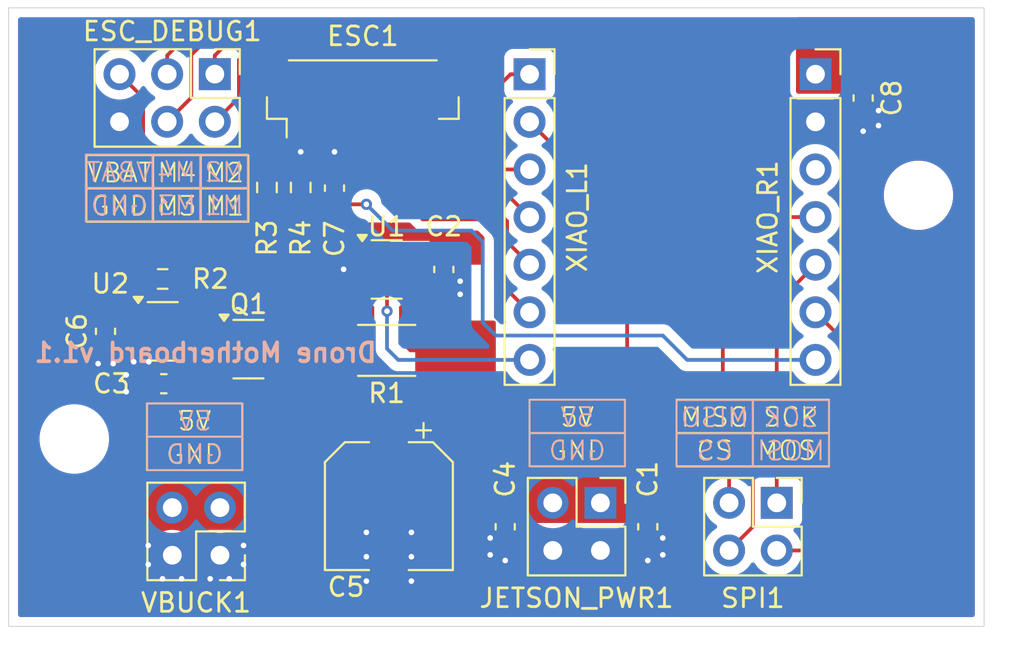
<source format=kicad_pcb>
(kicad_pcb (version 20241229) (generator "pcbnew") (generator_version "9.0")
  (title_block (title "Drone ESC Bridge") (rev "v1.1"))
  (layers (0 "F.Cu" signal) (2 "B.Cu" signal) (13 "F.Paste" user) (5 "F.SilkS" user "F.Silkscreen") (7 "B.SilkS" user "B.Silkscreen") (1 "F.Mask" user) (3 "B.Mask" user) (25 "Edge.Cuts" user))
  (net 0 "")
  (net 1 "+5V")
  (net 2 "GND")
  (net 3 "VIN")
  (net 4 "Net-(Q1-S)")
  (net 5 "Net-(U2-VS)")
  (net 6 "Net-(ESC1-Pin_5)")
  (net 7 "Net-(ESC1-Pin_4)")
  (net 8 "Net-(ESC1-Pin_7)")
  (net 9 "Net-(ESC1-Pin_8)")
  (net 10 "Net-(ESC1-Pin_6)")
  (net 12 "Net-(Q1-G)")
  (net 13 "VSENSE")
  (net 15 "Net-(SPI1-Pin_1)")
  (net 16 "Net-(SPI1-Pin_3)")
  (net 17 "Net-(SPI1-Pin_4)")
  (net 18 "Net-(SPI1-Pin_2)")
  (net 19 "Net-(ESC1-Pin_1)")
  (net 20 "Net-(XIAO_R1-Pin_7)")
  (footprint "MountingHole:MountingHole_3.2mm_M3" (layer "F.Cu") (at 115.73 126.218)
    (property "Reference" "H2" (hide yes))
    (property "Value" "MountingHole")
    (pad "" np_thru_hole circle (at 0 0) (size 3.2 3.2) (drill 3.2) (layers "*.Cu" "*.Mask"))
  )
  (footprint "Resistor_SMD:R_2010_5025Metric_Pad1.40x2.65mm_HandSolder" (layer "F.Cu") (at 132.38 121.492)
    (property "Reference" "R1" (at 0 2.286 0) (layer "F.SilkS"))
    (property "Value" "10m")
    (fp_line (start -1.527064 -1.36) (end 1.527064 -1.36) (stroke (width 0.12)) (layer "F.SilkS"))
    (fp_line (start -1.527064 1.36) (end 1.527064 1.36) (stroke (width 0.12)) (layer "F.SilkS"))
    (pad "1" smd roundrect (at -2.4 0) (size 1.4 2.65) (layers "F.Cu" "F.Mask" "F.Paste") (roundrect_rratio 0.178571) (net 3 "VIN"))
    (pad "2" smd roundrect (at 2.4 0) (size 1.4 2.65) (layers "F.Cu" "F.Mask" "F.Paste") (roundrect_rratio 0.178571) (net 1 "+5V"))
  )
  (footprint "Connector_PinHeader_2.54mm:PinHeader_2x02_P2.54mm_Vertical" (layer "F.Cu") (at 153.175 129.625 -90)
    (property "Reference" "SPI1" (at 5.085 1.275 0) (layer "F.SilkS"))
    (property "Value" "Conn_01x04")
    (fp_line (start -1.33 3.87) (end 3.87 3.87) (stroke (width 0.12)) (layer "F.SilkS"))
    (fp_line (start -1.33 1.27) (end -1.33 3.87) (stroke (width 0.12)) (layer "F.SilkS"))
    (fp_line (start -1.33 1.27) (end 1.27 1.27) (stroke (width 0.12)) (layer "F.SilkS"))
    (fp_line (start 1.27 1.27) (end 1.27 -1.33) (stroke (width 0.12)) (layer "F.SilkS"))
    (fp_line (start -1.33 0) (end -1.33 -1.33) (stroke (width 0.12)) (layer "F.SilkS"))
    (fp_line (start -1.33 -1.33) (end 0 -1.33) (stroke (width 0.12)) (layer "F.SilkS"))
    (fp_line (start 1.27 -1.33) (end 3.87 -1.33) (stroke (width 0.12)) (layer "F.SilkS"))
    (fp_line (start 3.87 -1.33) (end 3.87 3.87) (stroke (width 0.12)) (layer "F.SilkS"))
    (pad "1" thru_hole rect (at 0 0 270) (size 1.7 1.7) (drill 1) (layers "*.Cu" "*.Mask") (net 15 "Net-(SPI1-Pin_1)"))
    (pad "2" thru_hole oval (at 2.54 0 270) (size 1.7 1.7) (drill 1) (layers "*.Cu" "*.Mask") (net 18 "Net-(SPI1-Pin_2)"))
    (pad "3" thru_hole oval (at 0 2.54 270) (size 1.7 1.7) (drill 1) (layers "*.Cu" "*.Mask") (net 16 "Net-(SPI1-Pin_3)"))
    (pad "4" thru_hole oval (at 2.54 2.54 270) (size 1.7 1.7) (drill 1) (layers "*.Cu" "*.Mask") (net 17 "Net-(SPI1-Pin_4)"))
  )
  (footprint "Connector_PinHeader_2.54mm:PinHeader_2x02_P2.54mm_Vertical" (layer "F.Cu") (at 143.775 129.625 -90)
    (property "Reference" "JETSON_PWR1" (at 5.08 1.275 0) (layer "F.SilkS"))
    (property "Value" "Conn_02x02_Top_Bottom")
    (fp_line (start -1.33 3.87) (end 3.87 3.87) (stroke (width 0.12)) (layer "F.SilkS"))
    (fp_line (start -1.33 1.27) (end -1.33 3.87) (stroke (width 0.12)) (layer "F.SilkS"))
    (fp_line (start -1.33 1.27) (end 1.27 1.27) (stroke (width 0.12)) (layer "F.SilkS"))
    (fp_line (start 1.27 1.27) (end 1.27 -1.33) (stroke (width 0.12)) (layer "F.SilkS"))
    (fp_line (start -1.33 0) (end -1.33 -1.33) (stroke (width 0.12)) (layer "F.SilkS"))
    (fp_line (start -1.33 -1.33) (end 0 -1.33) (stroke (width 0.12)) (layer "F.SilkS"))
    (fp_line (start 1.27 -1.33) (end 3.87 -1.33) (stroke (width 0.12)) (layer "F.SilkS"))
    (fp_line (start 3.87 -1.33) (end 3.87 3.87) (stroke (width 0.12)) (layer "F.SilkS"))
    (pad "1" thru_hole rect (at 0 0 270) (size 1.7 1.7) (drill 1) (layers "*.Cu" "*.Mask") (net 1 "+5V"))
    (pad "2" thru_hole oval (at 2.54 0 270) (size 1.7 1.7) (drill 1) (layers "*.Cu" "*.Mask") (net 2 "GND"))
    (pad "3" thru_hole oval (at 0 2.54 270) (size 1.7 1.7) (drill 1) (layers "*.Cu" "*.Mask") (net 1 "+5V"))
    (pad "4" thru_hole oval (at 2.54 2.54 270) (size 1.7 1.7) (drill 1) (layers "*.Cu" "*.Mask") (net 2 "GND"))
  )
  (footprint "Connector_JST:JST_SH_BM08B-SRSS-TB_1x08-1MP_P1.00mm_Vertical" (layer "F.Cu") (at 131.11 108.03)
    (property "Reference" "ESC1" (at 0 -3.3 0) (layer "F.SilkS"))
    (property "Value" "Conn_01x08")
    (fp_line (start -5.11 -0.04) (end -5.11 1.11) (stroke (width 0.12)) (layer "F.SilkS"))
    (fp_line (start -5.11 1.11) (end -4.06 1.11) (stroke (width 0.12)) (layer "F.SilkS"))
    (fp_line (start -4.06 1.11) (end -4.06 2.1) (stroke (width 0.12)) (layer "F.SilkS"))
    (fp_line (start -3.94 -2.01) (end 3.94 -2.01) (stroke (width 0.12)) (layer "F.SilkS"))
    (fp_line (start 5.11 -0.04) (end 5.11 1.11) (stroke (width 0.12)) (layer "F.SilkS"))
    (fp_line (start 5.11 1.11) (end 4.06 1.11) (stroke (width 0.12)) (layer "F.SilkS"))
    (pad "1" smd roundrect (at -3.5 1.325) (size 0.6 1.55) (layers "F.Cu" "F.Mask" "F.Paste") (net 19 "Net-(ESC1-Pin_1)"))
    (pad "2" smd roundrect (at -2.5 1.325) (size 0.6 1.55) (layers "F.Cu" "F.Mask" "F.Paste"))
    (pad "3" smd roundrect (at -1.5 1.325) (size 0.6 1.55) (layers "F.Cu" "F.Mask" "F.Paste") (net 2 "GND"))
    (pad "4" smd roundrect (at -0.5 1.325) (size 0.6 1.55) (layers "F.Cu" "F.Mask" "F.Paste") (net 7 "Net-(ESC1-Pin_4)"))
    (pad "5" smd roundrect (at 0.5 1.325) (size 0.6 1.55) (layers "F.Cu" "F.Mask" "F.Paste") (net 6 "Net-(ESC1-Pin_5)"))
    (pad "6" smd roundrect (at 1.5 1.325) (size 0.6 1.55) (layers "F.Cu" "F.Mask" "F.Paste") (net 10 "Net-(ESC1-Pin_6)"))
    (pad "7" smd roundrect (at 2.5 1.325) (size 0.6 1.55) (layers "F.Cu" "F.Mask" "F.Paste") (net 8 "Net-(ESC1-Pin_7)"))
    (pad "8" smd roundrect (at 3.5 1.325) (size 0.6 1.55) (layers "F.Cu" "F.Mask" "F.Paste") (net 9 "Net-(ESC1-Pin_8)"))
    (pad "MP" smd roundrect (at -4.8 -1.2) (size 1.2 1.8) (layers "F.Cu" "F.Mask" "F.Paste") (roundrect_rratio 0.208333))
    (pad "MP" smd roundrect (at 4.8 -1.2) (size 1.2 1.8) (layers "F.Cu" "F.Mask" "F.Paste") (roundrect_rratio 0.208333))
  )
  (footprint "Capacitor_SMD:C_0603_1608Metric_Pad1.08x0.95mm_HandSolder" (layer "F.Cu") (at 117.394 120.476 -90)
    (property "Reference" "C6" (at 0 1.524 90) (layer "F.SilkS"))
    (property "Value" "0.1u")
    (fp_line (start -0.146267 0.51) (end 0.146267 0.51) (stroke (width 0.12)) (layer "F.SilkS"))
    (fp_line (start -0.146267 -0.51) (end 0.146267 -0.51) (stroke (width 0.12)) (layer "F.SilkS"))
    (pad "1" smd roundrect (at -0.8625 0 270) (size 1.075 0.95) (layers "F.Cu" "F.Mask" "F.Paste") (net 5 "Net-(U2-VS)"))
    (pad "2" smd roundrect (at 0.8625 0 270) (size 1.075 0.95) (layers "F.Cu" "F.Mask" "F.Paste") (net 2 "GND"))
  )
  (footprint "Capacitor_SMD:C_0603_1608Metric_Pad1.08x0.95mm_HandSolder" (layer "F.Cu") (at 129.6 112.8375 90)
    (property "Reference" "C7" (at -2.7 0 270) (layer "F.SilkS"))
    (property "Value" "0.1u")
    (fp_line (start -0.146267 -0.51) (end 0.146267 -0.51) (stroke (width 0.12)) (layer "F.SilkS"))
    (fp_line (start -0.146267 0.51) (end 0.146267 0.51) (stroke (width 0.12)) (layer "F.SilkS"))
    (pad "1" smd roundrect (at -0.8625 0 90) (size 1.075 0.95) (layers "F.Cu" "F.Mask" "F.Paste") (net 20 "Net-(XIAO_R1-Pin_7)"))
    (pad "2" smd roundrect (at 0.8625 0 90) (size 1.075 0.95) (layers "F.Cu" "F.Mask" "F.Paste") (net 2 "GND"))
  )
  (footprint "Resistor_SMD:R_0603_1608Metric_Pad0.98x0.95mm_HandSolder" (layer "F.Cu") (at 126 112.8 -90)
    (property "Reference" "R3" (at 2.7 0 90) (layer "F.SilkS"))
    (property "Value" "33k")
    (fp_line (start -0.254724 0.5225) (end 0.254724 0.5225) (stroke (width 0.12)) (layer "F.SilkS"))
    (fp_line (start -0.254724 -0.5225) (end 0.254724 -0.5225) (stroke (width 0.12)) (layer "F.SilkS"))
    (pad "1" smd roundrect (at -0.9125 0 270) (size 0.975 0.95) (layers "F.Cu" "F.Mask" "F.Paste") (net 19 "Net-(ESC1-Pin_1)"))
    (pad "2" smd roundrect (at 0.9125 0 270) (size 0.975 0.95) (layers "F.Cu" "F.Mask" "F.Paste") (net 20 "Net-(XIAO_R1-Pin_7)"))
  )
  (footprint "Capacitor_SMD:C_0603_1608Metric_Pad1.08x0.95mm_HandSolder" (layer "F.Cu") (at 135.428 117.174 -90)
    (property "Reference" "C2" (at -2.286 0 180) (layer "F.SilkS"))
    (property "Value" "0.1u")
    (fp_line (start -0.146267 0.51) (end 0.146267 0.51) (stroke (width 0.12)) (layer "F.SilkS"))
    (fp_line (start -0.146267 -0.51) (end 0.146267 -0.51) (stroke (width 0.12)) (layer "F.SilkS"))
    (pad "1" smd roundrect (at -0.8625 0 270) (size 1.075 0.95) (layers "F.Cu" "F.Mask" "F.Paste") (net 3 "VIN"))
    (pad "2" smd roundrect (at 0.8625 0 270) (size 1.075 0.95) (layers "F.Cu" "F.Mask" "F.Paste") (net 2 "GND"))
  )
  (footprint "Capacitor_SMD:C_0603_1608Metric_Pad1.08x0.95mm_HandSolder" (layer "F.Cu") (at 146.3 130.9 -90)
    (property "Reference" "C1" (at -2.535 0.005 90) (layer "F.SilkS"))
    (property "Value" "0.1u")
    (fp_line (start -0.146267 0.51) (end 0.146267 0.51) (stroke (width 0.12)) (layer "F.SilkS"))
    (fp_line (start -0.146267 -0.51) (end 0.146267 -0.51) (stroke (width 0.12)) (layer "F.SilkS"))
    (pad "1" smd roundrect (at -0.8625 0 270) (size 1.075 0.95) (layers "F.Cu" "F.Mask" "F.Paste") (net 1 "+5V"))
    (pad "2" smd roundrect (at 0.8625 0 270) (size 1.075 0.95) (layers "F.Cu" "F.Mask" "F.Paste") (net 2 "GND"))
  )
  (footprint "Connector_PinHeader_2.54mm:PinHeader_2x02_P2.54mm_Vertical" (layer "F.Cu") (at 123.495 132.419 180)
    (property "Reference" "VBUCK1" (at 1.275 -2.535 180) (layer "F.SilkS"))
    (property "Value" "Conn_01x04")
    (fp_line (start 3.87 -1.33) (end 3.87 3.87) (stroke (width 0.12)) (layer "F.SilkS"))
    (fp_line (start 1.27 1.27) (end 1.27 -1.33) (stroke (width 0.12)) (layer "F.SilkS"))
    (fp_line (start 1.27 -1.33) (end 3.87 -1.33) (stroke (width 0.12)) (layer "F.SilkS"))
    (fp_line (start -1.33 3.87) (end 3.87 3.87) (stroke (width 0.12)) (layer "F.SilkS"))
    (fp_line (start -1.33 1.27) (end 1.27 1.27) (stroke (width 0.12)) (layer "F.SilkS"))
    (fp_line (start -1.33 1.27) (end -1.33 3.87) (stroke (width 0.12)) (layer "F.SilkS"))
    (fp_line (start -1.33 0) (end -1.33 -1.33) (stroke (width 0.12)) (layer "F.SilkS"))
    (fp_line (start -1.33 -1.33) (end 0 -1.33) (stroke (width 0.12)) (layer "F.SilkS"))
    (pad "1" thru_hole rect (at 0 0 180) (size 1.7 1.7) (drill 1) (layers "*.Cu" "*.Mask") (net 2 "GND"))
    (pad "2" thru_hole oval (at 2.54 0 180) (size 1.7 1.7) (drill 1) (layers "*.Cu" "*.Mask") (net 2 "GND"))
    (pad "3" thru_hole oval (at 0 2.54 180) (size 1.7 1.7) (drill 1) (layers "*.Cu" "*.Mask") (net 4 "Net-(Q1-S)"))
    (pad "4" thru_hole oval (at 2.54 2.54 180) (size 1.7 1.7) (drill 1) (layers "*.Cu" "*.Mask") (net 4 "Net-(Q1-S)"))
  )
  (footprint "Package_TO_SOT_SMD:SOT-23-6" (layer "F.Cu") (at 132.38 117.174)
    (property "Reference" "U1" (at 0 -2.286 0) (layer "F.SilkS"))
    (property "Value" "LMP8640")
    (fp_line (start 0 -1.56) (end -0.8 -1.56) (stroke (width 0.12)) (layer "F.SilkS"))
    (fp_line (start 0 -1.56) (end 0.8 -1.56) (stroke (width 0.12)) (layer "F.SilkS"))
    (fp_line (start 0 1.56) (end -0.8 1.56) (stroke (width 0.12)) (layer "F.SilkS"))
    (fp_line (start 0 1.56) (end 0.8 1.56) (stroke (width 0.12)) (layer "F.SilkS"))
    (fp_poly (pts (xy -1.3 -1.51) (xy -1.54 -1.84) (xy -1.06 -1.84) (xy -1.3 -1.51)) (stroke (width 0.12)) (fill yes) (layer "F.SilkS"))
    (pad "1" smd roundrect (at -1.1375 -0.95) (size 1.325 0.6) (layers "F.Cu" "F.Mask" "F.Paste") (net 13 "VSENSE"))
    (pad "2" smd roundrect (at -1.1375 0) (size 1.325 0.6) (layers "F.Cu" "F.Mask" "F.Paste") (net 2 "GND"))
    (pad "3" smd roundrect (at -1.1375 0.95) (size 1.325 0.6) (layers "F.Cu" "F.Mask" "F.Paste") (net 3 "VIN"))
    (pad "4" smd roundrect (at 1.1375 0.95) (size 1.325 0.6) (layers "F.Cu" "F.Mask" "F.Paste") (net 1 "+5V"))
    (pad "5" smd roundrect (at 1.1375 0) (size 1.325 0.6) (layers "F.Cu" "F.Mask" "F.Paste"))
    (pad "6" smd roundrect (at 1.1375 -0.95) (size 1.325 0.6) (layers "F.Cu" "F.Mask" "F.Paste") (net 3 "VIN"))
  )
  (footprint "Package_TO_SOT_SMD:SOT-23-3" (layer "F.Cu") (at 125.014 121.426)
    (property "Reference" "Q1" (at 0 -2.4 0) (layer "F.SilkS"))
    (property "Value" "Si2318CDS")
    (fp_line (start 0 -1.56) (end -0.8 -1.56) (stroke (width 0.12)) (layer "F.SilkS"))
    (fp_line (start 0 -1.56) (end 0.8 -1.56) (stroke (width 0.12)) (layer "F.SilkS"))
    (fp_line (start 0 1.56) (end -0.8 1.56) (stroke (width 0.12)) (layer "F.SilkS"))
    (fp_line (start 0 1.56) (end 0.8 1.56) (stroke (width 0.12)) (layer "F.SilkS"))
    (fp_poly (pts (xy -1.3 -1.51) (xy -1.54 -1.84) (xy -1.06 -1.84) (xy -1.3 -1.51)) (stroke (width 0.12)) (fill yes) (layer "F.SilkS"))
    (pad "1" smd roundrect (at -1.1375 -0.95) (size 1.325 0.6) (layers "F.Cu" "F.Mask" "F.Paste") (net 12 "Net-(Q1-G)"))
    (pad "2" smd roundrect (at -1.1375 0.95) (size 1.325 0.6) (layers "F.Cu" "F.Mask" "F.Paste") (net 4 "Net-(Q1-S)"))
    (pad "3" smd roundrect (at 1.1375 0) (size 1.325 0.6) (layers "F.Cu" "F.Mask" "F.Paste") (net 3 "VIN"))
  )
  (footprint "Capacitor_SMD:CP_Elec_6.3x5.8" (layer "F.Cu") (at 132.5 129.8 -90)
    (property "Reference" "C5" (at 4.318 2.286 0) (layer "F.SilkS"))
    (property "Value" "22u")
    (fp_line (start -2.345563 3.41) (end 3.41 3.41) (stroke (width 0.12)) (layer "F.SilkS"))
    (fp_line (start 3.41 3.41) (end 3.41 1.06) (stroke (width 0.12)) (layer "F.SilkS"))
    (fp_line (start -3.41 2.345563) (end -2.345563 3.41) (stroke (width 0.12)) (layer "F.SilkS"))
    (fp_line (start -3.41 2.345563) (end -3.41 1.06) (stroke (width 0.12)) (layer "F.SilkS"))
    (fp_line (start -4.4375 -1.8475) (end -3.65 -1.8475) (stroke (width 0.12)) (layer "F.SilkS"))
    (fp_line (start -4.04375 -2.24125) (end -4.04375 -1.45375) (stroke (width 0.12)) (layer "F.SilkS"))
    (fp_line (start -3.41 -2.345563) (end -3.41 -1.06) (stroke (width 0.12)) (layer "F.SilkS"))
    (fp_line (start -3.41 -2.345563) (end -2.345563 -3.41) (stroke (width 0.12)) (layer "F.SilkS"))
    (fp_line (start -2.345563 -3.41) (end 3.41 -3.41) (stroke (width 0.12)) (layer "F.SilkS"))
    (fp_line (start 3.41 -3.41) (end 3.41 -1.06) (stroke (width 0.12)) (layer "F.SilkS"))
    (pad "1" smd roundrect (at -2.7 0 270) (size 3.5 1.6) (layers "F.Cu" "F.Mask" "F.Paste") (roundrect_rratio 0.15625) (net 1 "+5V"))
    (pad "2" smd roundrect (at 2.7 0 270) (size 3.5 1.6) (layers "F.Cu" "F.Mask" "F.Paste") (roundrect_rratio 0.15625) (net 2 "GND"))
  )
  (footprint "Capacitor_SMD:C_0603_1608Metric_Pad1.08x0.95mm_HandSolder" (layer "F.Cu") (at 120.5 123.27 180)
    (property "Reference" "C3" (at 2.794 0 0) (layer "F.SilkS"))
    (property "Value" "1u")
    (fp_line (start -0.146267 0.51) (end 0.146267 0.51) (stroke (width 0.12)) (layer "F.SilkS"))
    (fp_line (start -0.146267 -0.51) (end 0.146267 -0.51) (stroke (width 0.12)) (layer "F.SilkS"))
    (pad "1" smd roundrect (at -0.8625 0 180) (size 1.075 0.95) (layers "F.Cu" "F.Mask" "F.Paste") (net 4 "Net-(Q1-S)"))
    (pad "2" smd roundrect (at 0.8625 0 180) (size 1.075 0.95) (layers "F.Cu" "F.Mask" "F.Paste") (net 2 "GND"))
  )
  (footprint "Capacitor_SMD:C_0603_1608Metric_Pad1.08x0.95mm_HandSolder" (layer "F.Cu") (at 138.7 130.9 -90)
    (property "Reference" "C4" (at -2.535 0.005 90) (layer "F.SilkS"))
    (property "Value" "0.1u")
    (fp_line (start -0.146267 0.51) (end 0.146267 0.51) (stroke (width 0.12)) (layer "F.SilkS"))
    (fp_line (start -0.146267 -0.51) (end 0.146267 -0.51) (stroke (width 0.12)) (layer "F.SilkS"))
    (pad "1" smd roundrect (at -0.8625 0 270) (size 1.075 0.95) (layers "F.Cu" "F.Mask" "F.Paste") (net 1 "+5V"))
    (pad "2" smd roundrect (at 0.8625 0 270) (size 1.075 0.95) (layers "F.Cu" "F.Mask" "F.Paste") (net 2 "GND"))
  )
  (footprint "MountingHole:MountingHole_3.2mm_M3" (layer "F.Cu") (at 160.73 113.218)
    (property "Reference" "H1" (hide yes))
    (property "Value" "MountingHole")
    (pad "" np_thru_hole circle (at 0 0) (size 3.2 3.2) (drill 3.2) (layers "*.Cu" "*.Mask"))
  )
  (footprint "Connector_PinHeader_2.54mm:PinHeader_2x03_P2.54mm_Vertical" (layer "F.Cu") (at 123.221 106.755 -90)
    (property "Reference" "ESC_DEBUG1" (at -2.281 2.271 0) (layer "F.SilkS"))
    (property "Value" "Conn_01x06")
    (fp_line (start -1.33 6.41) (end 3.87 6.41) (stroke (width 0.12)) (layer "F.SilkS"))
    (fp_line (start -1.33 1.27) (end -1.33 6.41) (stroke (width 0.12)) (layer "F.SilkS"))
    (fp_line (start -1.33 1.27) (end 1.27 1.27) (stroke (width 0.12)) (layer "F.SilkS"))
    (fp_line (start 1.27 1.27) (end 1.27 -1.33) (stroke (width 0.12)) (layer "F.SilkS"))
    (fp_line (start -1.33 0) (end -1.33 -1.33) (stroke (width 0.12)) (layer "F.SilkS"))
    (fp_line (start -1.33 -1.33) (end 0 -1.33) (stroke (width 0.12)) (layer "F.SilkS"))
    (fp_line (start 1.27 -1.33) (end 3.87 -1.33) (stroke (width 0.12)) (layer "F.SilkS"))
    (fp_line (start 3.87 -1.33) (end 3.87 6.41) (stroke (width 0.12)) (layer "F.SilkS"))
    (pad "1" thru_hole rect (at 0 0 270) (size 1.7 1.7) (drill 1) (layers "*.Cu" "*.Mask") (net 10 "Net-(ESC1-Pin_6)"))
    (pad "2" thru_hole oval (at 2.54 0 270) (size 1.7 1.7) (drill 1) (layers "*.Cu" "*.Mask") (net 6 "Net-(ESC1-Pin_5)"))
    (pad "3" thru_hole oval (at 0 2.54 270) (size 1.7 1.7) (drill 1) (layers "*.Cu" "*.Mask") (net 9 "Net-(ESC1-Pin_8)"))
    (pad "4" thru_hole oval (at 2.54 2.54 270) (size 1.7 1.7) (drill 1) (layers "*.Cu" "*.Mask") (net 8 "Net-(ESC1-Pin_7)"))
    (pad "5" thru_hole oval (at 0 5.08 270) (size 1.7 1.7) (drill 1) (layers "*.Cu" "*.Mask") (net 19 "Net-(ESC1-Pin_1)"))
    (pad "6" thru_hole oval (at 2.54 5.08 270) (size 1.7 1.7) (drill 1) (layers "*.Cu" "*.Mask") (net 2 "GND"))
  )
  (footprint "Capacitor_SMD:C_0603_1608Metric_Pad1.08x0.95mm_HandSolder" (layer "F.Cu") (at 157.78 108.03 -90)
    (property "Reference" "C8" (at 0 -1.524 90) (layer "F.SilkS"))
    (property "Value" "0.1u")
    (fp_line (start -0.146267 0.51) (end 0.146267 0.51) (stroke (width 0.12)) (layer "F.SilkS"))
    (fp_line (start -0.146267 -0.51) (end 0.146267 -0.51) (stroke (width 0.12)) (layer "F.SilkS"))
    (pad "1" smd roundrect (at -0.8625 0 270) (size 1.075 0.95) (layers "F.Cu" "F.Mask" "F.Paste") (net 1 "+5V"))
    (pad "2" smd roundrect (at 0.8625 0 270) (size 1.075 0.95) (layers "F.Cu" "F.Mask" "F.Paste") (net 2 "GND"))
  )
  (footprint "Resistor_SMD:R_0603_1608Metric_Pad0.98x0.95mm_HandSolder" (layer "F.Cu") (at 120.442 117.682 180)
    (property "Reference" "R2" (at -2.54 0 0) (layer "F.SilkS"))
    (property "Value" "100")
    (fp_line (start -0.254724 0.5225) (end 0.254724 0.5225) (stroke (width 0.12)) (layer "F.SilkS"))
    (fp_line (start -0.254724 -0.5225) (end 0.254724 -0.5225) (stroke (width 0.12)) (layer "F.SilkS"))
    (pad "1" smd roundrect (at -0.9125 0 180) (size 0.975 0.95) (layers "F.Cu" "F.Mask" "F.Paste") (net 3 "VIN"))
    (pad "2" smd roundrect (at 0.9125 0 180) (size 0.975 0.95) (layers "F.Cu" "F.Mask" "F.Paste") (net 5 "Net-(U2-VS)"))
  )
  (footprint "Connector_PinSocket_2.54mm:PinSocket_1x07_P2.54mm_Vertical" (layer "F.Cu") (at 140 106.76)
    (property "Reference" "XIAO_L1" (at 2.54 7.62 90) (layer "F.SilkS"))
    (property "Value" "Conn_01x07")
    (fp_line (start -1.33 1.27) (end -1.33 16.57) (stroke (width 0.12)) (layer "F.SilkS"))
    (fp_line (start -1.33 1.27) (end 1.33 1.27) (stroke (width 0.12)) (layer "F.SilkS"))
    (fp_line (start -1.33 16.57) (end 1.33 16.57) (stroke (width 0.12)) (layer "F.SilkS"))
    (fp_line (start 0 -1.33) (end 1.33 -1.33) (stroke (width 0.12)) (layer "F.SilkS"))
    (fp_line (start 1.33 -1.33) (end 1.33 0) (stroke (width 0.12)) (layer "F.SilkS"))
    (fp_line (start 1.33 1.27) (end 1.33 16.57) (stroke (width 0.12)) (layer "F.SilkS"))
    (pad "1" thru_hole rect (at 0 0) (size 1.7 1.7) (drill 1) (layers "*.Cu" "*.Mask") (net 9 "Net-(ESC1-Pin_8)"))
    (pad "2" thru_hole oval (at 0 2.54) (size 1.7 1.7) (drill 1) (layers "*.Cu" "*.Mask") (net 16 "Net-(SPI1-Pin_3)"))
    (pad "3" thru_hole oval (at 0 5.08) (size 1.7 1.7) (drill 1) (layers "*.Cu" "*.Mask") (net 8 "Net-(ESC1-Pin_7)"))
    (pad "4" thru_hole oval (at 0 7.62) (size 1.7 1.7) (drill 1) (layers "*.Cu" "*.Mask") (net 10 "Net-(ESC1-Pin_6)"))
    (pad "5" thru_hole oval (at 0 10.16) (size 1.7 1.7) (drill 1) (layers "*.Cu" "*.Mask") (net 6 "Net-(ESC1-Pin_5)"))
    (pad "6" thru_hole oval (at 0 12.7) (size 1.7 1.7) (drill 1) (layers "*.Cu" "*.Mask") (net 7 "Net-(ESC1-Pin_4)"))
    (pad "7" thru_hole oval (at 0 15.24) (size 1.7 1.7) (drill 1) (layers "*.Cu" "*.Mask") (net 13 "VSENSE"))
  )
  (footprint "Resistor_SMD:R_0603_1608Metric_Pad0.98x0.95mm_HandSolder" (layer "F.Cu") (at 127.8 112.8 90)
    (property "Reference" "R4" (at -2.7 0 270) (layer "F.SilkS"))
    (property "Value" "8.2k")
    (fp_line (start -0.254724 -0.5225) (end 0.254724 -0.5225) (stroke (width 0.12)) (layer "F.SilkS"))
    (fp_line (start -0.254724 0.5225) (end 0.254724 0.5225) (stroke (width 0.12)) (layer "F.SilkS"))
    (pad "1" smd roundrect (at -0.9125 0 90) (size 0.975 0.95) (layers "F.Cu" "F.Mask" "F.Paste") (net 20 "Net-(XIAO_R1-Pin_7)"))
    (pad "2" smd roundrect (at 0.9125 0 90) (size 0.975 0.95) (layers "F.Cu" "F.Mask" "F.Paste") (net 2 "GND"))
  )
  (footprint "Connector_PinSocket_2.54mm:PinSocket_1x07_P2.54mm_Vertical" (layer "F.Cu") (at 155.24 106.76)
    (property "Reference" "XIAO_R1" (at -2.54 7.62 90) (layer "F.SilkS"))
    (property "Value" "Conn_01x07")
    (fp_line (start -1.33 1.27) (end -1.33 16.57) (stroke (width 0.12)) (layer "F.SilkS"))
    (fp_line (start -1.33 1.27) (end 1.33 1.27) (stroke (width 0.12)) (layer "F.SilkS"))
    (fp_line (start -1.33 16.57) (end 1.33 16.57) (stroke (width 0.12)) (layer "F.SilkS"))
    (fp_line (start 0 -1.33) (end 1.33 -1.33) (stroke (width 0.12)) (layer "F.SilkS"))
    (fp_line (start 1.33 -1.33) (end 1.33 0) (stroke (width 0.12)) (layer "F.SilkS"))
    (fp_line (start 1.33 1.27) (end 1.33 16.57) (stroke (width 0.12)) (layer "F.SilkS"))
    (pad "1" thru_hole rect (at 0 0) (size 1.7 1.7) (drill 1) (layers "*.Cu" "*.Mask") (net 1 "+5V"))
    (pad "2" thru_hole oval (at 0 2.54) (size 1.7 1.7) (drill 1) (layers "*.Cu" "*.Mask") (net 2 "GND"))
    (pad "3" thru_hole oval (at 0 5.08) (size 1.7 1.7) (drill 1) (layers "*.Cu" "*.Mask"))
    (pad "4" thru_hole oval (at 0 7.62) (size 1.7 1.7) (drill 1) (layers "*.Cu" "*.Mask") (net 17 "Net-(SPI1-Pin_4)"))
    (pad "5" thru_hole oval (at 0 10.16) (size 1.7 1.7) (drill 1) (layers "*.Cu" "*.Mask") (net 15 "Net-(SPI1-Pin_1)"))
    (pad "6" thru_hole oval (at 0 12.7) (size 1.7 1.7) (drill 1) (layers "*.Cu" "*.Mask") (net 18 "Net-(SPI1-Pin_2)"))
    (pad "7" thru_hole oval (at 0 15.24) (size 1.7 1.7) (drill 1) (layers "*.Cu" "*.Mask") (net 20 "Net-(XIAO_R1-Pin_7)"))
  )
  (footprint "Package_TO_SOT_SMD:TSOT-23-6" (layer "F.Cu") (at 120.442 120.476)
    (property "Reference" "U2" (at -2.794 -2.54 0) (layer "F.SilkS"))
    (property "Value" "LM5050-1")
    (fp_line (start 0 -1.56) (end -0.8 -1.56) (stroke (width 0.12)) (layer "F.SilkS"))
    (fp_line (start 0 -1.56) (end 0.8 -1.56) (stroke (width 0.12)) (layer "F.SilkS"))
    (fp_line (start 0 1.56) (end -0.8 1.56) (stroke (width 0.12)) (layer "F.SilkS"))
    (fp_line (start 0 1.56) (end 0.8 1.56) (stroke (width 0.12)) (layer "F.SilkS"))
    (fp_poly (pts (xy -1.3 -1.51) (xy -1.54 -1.84) (xy -1.06 -1.84) (xy -1.3 -1.51)) (stroke (width 0.12)) (fill yes) (layer "F.SilkS"))
    (pad "1" smd roundrect (at -1.1375 -0.95) (size 1.325 0.6) (layers "F.Cu" "F.Mask" "F.Paste") (net 5 "Net-(U2-VS)"))
    (pad "2" smd roundrect (at -1.1375 0) (size 1.325 0.6) (layers "F.Cu" "F.Mask" "F.Paste") (net 2 "GND"))
    (pad "3" smd roundrect (at -1.1375 0.95) (size 1.325 0.6) (layers "F.Cu" "F.Mask" "F.Paste") (net 2 "GND"))
    (pad "4" smd roundrect (at 1.1375 0.95) (size 1.325 0.6) (layers "F.Cu" "F.Mask" "F.Paste") (net 4 "Net-(Q1-S)"))
    (pad "5" smd roundrect (at 1.1375 0) (size 1.325 0.6) (layers "F.Cu" "F.Mask" "F.Paste") (net 12 "Net-(Q1-G)"))
    (pad "6" smd roundrect (at 1.1375 -0.95) (size 1.325 0.6) (layers "F.Cu" "F.Mask" "F.Paste") (net 3 "VIN"))
  )
  (gr_line (start 151.9 127.674) (end 151.9 124.118) (stroke (width 0.1)) (layer "F.SilkS"))
  (gr_line (start 155.964 125.896) (end 147.836 125.896) (stroke (width 0.1)) (layer "F.SilkS"))
  (gr_line (start 119.934 114.634) (end 119.934 111.078) (stroke (width 0.1)) (layer "F.SilkS"))
  (gr_rect (start 116.378 111.078) (end 125.014 114.634) (stroke (width 0.1)) (fill no) (layer "F.SilkS"))
  (gr_line (start 124.68 126.1) (end 119.6 126.1) (stroke (width 0.1)) (layer "F.SilkS"))
  (gr_line (start 125.014 112.856) (end 116.378 112.856) (stroke (width 0.1)) (layer "F.SilkS"))
  (gr_rect (start 147.836 124.118) (end 155.964 127.674) (stroke (width 0.1)) (fill no) (layer "F.SilkS"))
  (gr_rect (start 140 124.122) (end 145.08 127.678) (stroke (width 0.1)) (fill no) (layer "F.SilkS"))
  (gr_line (start 122.474 114.634) (end 122.474 111.078) (stroke (width 0.1)) (layer "F.SilkS"))
  (gr_rect (start 119.6 124.322) (end 124.68 127.878) (stroke (width 0.1)) (fill no) (layer "F.SilkS"))
  (gr_line (start 145.08 125.9) (end 140 125.9) (stroke (width 0.1)) (layer "F.SilkS"))
  (gr_rect (start 140 124.122) (end 145.08 127.678) (stroke (width 0.1)) (fill no) (layer "B.SilkS"))
  (gr_line (start 151.9 124.144) (end 151.9 127.7) (stroke (width 0.1)) (layer "B.SilkS"))
  (gr_rect (start 147.836 124.144) (end 155.964 127.7) (stroke (width 0.1)) (fill no) (layer "B.SilkS"))
  (gr_line (start 124.98 112.822) (end 116.344 112.822) (stroke (width 0.1)) (layer "B.SilkS"))
  (gr_line (start 122.44 111.044) (end 122.44 114.6) (stroke (width 0.1)) (layer "B.SilkS"))
  (gr_line (start 155.964 125.922) (end 147.836 125.922) (stroke (width 0.1)) (layer "B.SilkS"))
  (gr_line (start 119.9 111.044) (end 119.9 114.6) (stroke (width 0.1)) (layer "B.SilkS"))
  (gr_rect (start 116.344 111.044) (end 124.98 114.6) (stroke (width 0.1)) (fill no) (layer "B.SilkS"))
  (gr_line (start 124.7 126.1) (end 119.62 126.1) (stroke (width 0.1)) (layer "B.SilkS"))
  (gr_rect (start 119.62 124.322) (end 124.7 127.878) (stroke (width 0.1)) (fill no) (layer "B.SilkS"))
  (gr_line (start 145.08 125.9) (end 140 125.9) (stroke (width 0.1)) (layer "B.SilkS"))
  (gr_rect (start 112.23 103.218) (end 164.23 136.218) (stroke (width 0.05)) (fill no) (layer "Edge.Cuts"))
  (gr_text "GND" (at 142.54 127.424 0) (layer "F.SilkS") (effects (font (size 1 1) (thickness 0.1)) (justify bottom)))
  (gr_text "M1" (at 123.744 114.38 0) (layer "F.SilkS") (effects (font (size 1 1) (thickness 0.1)) (justify bottom)))
  (gr_text "GND" (at 122.14 127.624 0) (layer "F.SilkS") (effects (font (size 1 1) (thickness 0.1)) (justify bottom)))
  (gr_text "5V" (at 122.14 125.846 0) (layer "F.SilkS") (effects (font (size 1 1) (thickness 0.1)) (justify bottom)))
  (gr_text "CS" (at 149.868 127.42 0) (layer "F.SilkS") (effects (font (size 1 1) (thickness 0.1)) (justify bottom)))
  (gr_text "SCK" (at 153.932 125.637 0) (layer "F.SilkS") (effects (font (size 1 1) (thickness 0.1)) (justify bottom)))
  (gr_text "M3" (at 121.204 114.38 0) (layer "F.SilkS") (effects (font (size 1 1) (thickness 0.1)) (justify bottom)))
  (gr_text "MISO" (at 149.868 125.642 0) (layer "F.SilkS") (effects (font (size 1 1) (thickness 0.1)) (justify bottom)))
  (gr_text "M2" (at 123.744 112.602 0) (layer "F.SilkS") (effects (font (size 1 1) (thickness 0.1)) (justify bottom)))
  (gr_text "M4" (at 121.204 112.602 0) (layer "F.SilkS") (effects (font (size 1 1) (thickness 0.1)) (justify bottom)))
  (gr_text "5V" (at 142.54 125.646 0) (layer "F.SilkS") (effects (font (size 1 1) (thickness 0.1)) (justify bottom)))
  (gr_text "GND" (at 118.156 114.38 0) (layer "F.SilkS") (effects (font (size 1 1) (thickness 0.1)) (justify bottom)))
  (gr_text "VBAT" (at 118.156 112.602 0) (layer "F.SilkS") (effects (font (size 1 1) (thickness 0.1)) (justify bottom)))
  (gr_text "MOSI" (at 153.932 127.42 0) (layer "F.SilkS") (effects (font (size 1 1) (thickness 0.1)) (justify bottom)))
  (gr_text "GND" (at 122.16 127.624 -0) (layer "B.SilkS") (effects (font (size 1 1) (thickness 0.1)) (justify bottom mirror)))
  (gr_text "5V" (at 122.16 125.846 -0) (layer "B.SilkS") (effects (font (size 1 1) (thickness 0.1)) (justify bottom mirror)))
  (gr_text "M2" (at 123.71 112.568 0) (layer "B.SilkS") (effects (font (size 1 1) (thickness 0.1)) (justify bottom mirror)))
  (gr_text "CS" (at 149.868 127.446 0) (layer "B.SilkS") (effects (font (size 1 1) (thickness 0.1)) (justify bottom mirror)))
  (gr_text "Drone Motherboard v1.1" (at 113.5 122.2 0) (layer "B.SilkS") (effects (font (size 1 1) (thickness 0.2) (bold yes)) (justify right bottom mirror)))
  (gr_text "SCK" (at 153.932 125.668 0) (layer "B.SilkS") (effects (font (size 1 1) (thickness 0.1)) (justify bottom mirror)))
  (gr_text "5V" (at 142.54 125.646 -0) (layer "B.SilkS") (effects (font (size 1 1) (thickness 0.1)) (justify bottom mirror)))
  (gr_text "GND" (at 142.54 127.424 -0) (layer "B.SilkS") (effects (font (size 1 1) (thickness 0.1)) (justify bottom mirror)))
  (gr_text "M1" (at 123.71 114.346 0) (layer "B.SilkS") (effects (font (size 1 1) (thickness 0.1)) (justify bottom mirror)))
  (gr_text "M3" (at 121.17 114.346 -0) (layer "B.SilkS") (effects (font (size 1 1) (thickness 0.1)) (justify bottom mirror)))
  (gr_text "GND" (at 118.122 114.346 0) (layer "B.SilkS") (effects (font (size 1 1) (thickness 0.1)) (justify bottom mirror)))
  (gr_text "M4" (at 121.17 112.568 -0) (layer "B.SilkS") (effects (font (size 1 1) (thickness 0.1)) (justify bottom mirror)))
  (gr_text "MOSI" (at 153.932 127.446 0) (layer "B.SilkS") (effects (font (size 1 1) (thickness 0.1)) (justify bottom mirror)))
  (gr_text "VBAT" (at 118.122 112.568 0) (layer "B.SilkS") (effects (font (size 1 1) (thickness 0.1)) (justify bottom mirror)))
  (gr_text "MISO" (at 149.868 125.663 0) (layer "B.SilkS") (effects (font (size 1 1) (thickness 0.1)) (justify bottom mirror)))
  (segment (start 134.78 121.492) (end 133.65 121.492) (width 0.2) (layer "F.Cu") (net 1))
  (segment (start 133.142 120.984) (end 133.142 119.206) (width 0.2) (layer "F.Cu") (net 1))
  (segment (start 133.142 119.206) (end 133.5175 118.8305) (width 0.2) (layer "F.Cu") (net 1))
  (segment (start 133.5175 118.8305) (end 133.5175 118.124) (width 0.2) (layer "F.Cu") (net 1))
  (segment (start 133.65 121.492) (end 133.142 120.984) (width 0.2) (layer "F.Cu") (net 1))
  (segment (start 131.2425 117.174) (end 130.094 117.174) (width 0.6) (layer "F.Cu") (net 2))
  (segment (start 130.094 117.174) (end 130.086 117.166) (width 0.6) (layer "F.Cu") (net 2))
  (via (at 158.6 108.7) (size 0.6) (drill 0.3) (layers "F.Cu" "B.Cu") (net 2))
  (via (at 124.752 132.914) (size 0.6) (drill 0.3) (layers "F.Cu" "B.Cu") (net 2))
  (via (at 124.752 131.898) (size 0.6) (drill 0.3) (layers "F.Cu" "B.Cu") (net 2))
  (via (at 118.5 122.8) (size 0.6) (drill 0.3) (layers "F.Cu" "B.Cu") (net 2))
  (via (at 117 122.2) (size 0.6) (drill 0.3) (layers "F.Cu" "B.Cu") (net 2))
  (via (at 133.7 133.8) (size 0.6) (drill 0.3) (layers "F.Cu" "B.Cu") (net 2))
  (via (at 119.672 131.898) (size 0.6) (drill 0.3) (layers "F.Cu" "B.Cu") (net 2))
  (via (at 123.99 133.676) (size 0.6) (drill 0.3) (layers "F.Cu" "B.Cu") (net 2))
  (via (at 119.7 122.1) (size 0.6) (drill 0.3) (layers "F.Cu" "B.Cu") (net 2))
  (via (at 147.1 131.5) (size 0.6) (drill 0.3) (layers "F.Cu" "B.Cu") (net 2))
  (via (at 129.6 110.9) (size 0.6) (drill 0.3) (layers "F.Cu" "B.Cu") (net 2))
  (via (at 137.9 131.5) (size 0.6) (drill 0.3) (layers "F.Cu" "B.Cu") (net 2))
  (via (at 158.6 109.5) (size 0.6) (drill 0.3) (layers "F.Cu" "B.Cu") (net 2))
  (via (at 131.3 131.2) (size 0.6) (drill 0.3) (layers "F.Cu" "B.Cu") (net 2))
  (via (at 122.974 133.676) (size 0.6) (drill 0.3) (layers "F.Cu" "B.Cu") (net 2))
  (via (at 137.9 132.4) (size 0.6) (drill 0.3) (layers "F.Cu" "B.Cu") (net 2))
  (via (at 133.7 132.5) (size 0.6) (drill 0.3) (layers "F.Cu" "B.Cu") (net 2))
  (via (at 118.9 122.1) (size 0.6) (drill 0.3) (layers "F.Cu" "B.Cu") (net 2))
  (via (at 136.3 118.5) (size 0.6) (drill 0.3) (layers "F.Cu" "B.Cu") (net 2))
  (via (at 147.1 132.4) (size 0.6) (drill 0.3) (layers "F.Cu" "B.Cu") (net 2))
  (via (at 138.7 132.7) (size 0.6) (drill 0.3) (layers "F.Cu" "B.Cu") (net 2))
  (via (at 119.672 132.914) (size 0.6) (drill 0.3) (layers "F.Cu" "B.Cu") (net 2))
  (via (at 157.78 109.8) (size 0.6) (drill 0.3) (layers "F.Cu" "B.Cu") (net 2))
  (via (at 133.7 131.2) (size 0.6) (drill 0.3) (layers "F.Cu" "B.Cu") (net 2))
  (via (at 131.3 133.8) (size 0.6) (drill 0.3) (layers "F.Cu" "B.Cu") (net 2))
  (via (at 131.3 132.5) (size 0.6) (drill 0.3) (layers "F.Cu" "B.Cu") (net 2))
  (via (at 130.086 117.166) (size 0.6) (drill 0.3) (layers "F.Cu" "B.Cu") (net 2))
  (via (at 136.3 117.8) (size 0.6) (drill 0.3) (layers "F.Cu" "B.Cu") (net 2))
  (via (at 120.434 133.676) (size 0.6) (drill 0.3) (layers "F.Cu" "B.Cu") (net 2))
  (via (at 118.5 123.7) (size 0.6) (drill 0.3) (layers "F.Cu" "B.Cu") (net 2))
  (via (at 146.3 132.7) (size 0.6) (drill 0.3) (layers "F.Cu" "B.Cu") (net 2))
  (via (at 117.8 122.2) (size 0.6) (drill 0.3) (layers "F.Cu" "B.Cu") (net 2))
  (via (at 121.45 133.676) (size 0.6) (drill 0.3) (layers "F.Cu" "B.Cu") (net 2))
  (via (at 127.8 110.9) (size 0.6) (drill 0.3) (layers "F.Cu" "B.Cu") (net 2))
  (segment (start 131.618 120.984) (end 131.618 119.206) (width 0.2) (layer "F.Cu") (net 3))
  (segment (start 129.98 121.492) (end 131.11 121.492) (width 0.2) (layer "F.Cu") (net 3))
  (segment (start 133.5175 116.224) (end 135.3405 116.224) (width 0.6) (layer "F.Cu") (net 3))
  (segment (start 135.3405 116.224) (end 135.428 116.3115) (width 0.6) (layer "F.Cu") (net 3))
  (segment (start 131.11 121.492) (end 131.618 120.984) (width 0.2) (layer "F.Cu") (net 3))
  (segment (start 131.618 119.206) (end 131.2425 118.8305) (width 0.2) (layer "F.Cu") (net 3))
  (segment (start 131.2425 118.8305) (end 131.2425 118.124) (width 0.2) (layer "F.Cu") (net 3))
  (segment (start 119.5295 117.682) (end 119.5295 119.301) (width 0.4) (layer "F.Cu") (net 5))
  (segment (start 119.3045 119.526) (end 117.4815 119.526) (width 0.4) (layer "F.Cu") (net 5))
  (segment (start 119.5295 119.301) (end 119.3045 119.526) (width 0.4) (layer "F.Cu") (net 5))
  (segment (start 131.61 109.355) (end 131.61 110.81) (width 0.2) (layer "F.Cu") (net 6))
  (segment (start 138.8 115.7) (end 140 116.9) (width 0.2) (layer "F.Cu") (net 6))
  (segment (start 131.61 110.81) (end 134.4 113.6) (width 0.2) (layer "F.Cu") (net 6))
  (segment (start 124.506 105.998) (end 124.506 108.01) (width 0.2) (layer "F.Cu") (net 6))
  (segment (start 138.8 114.6) (end 138.8 115.7) (width 0.2) (layer "F.Cu") (net 6))
  (segment (start 131.61 108.276) (end 128.824 105.49) (width 0.2) (layer "F.Cu") (net 6))
  (segment (start 137.8 113.6) (end 138.8 114.6) (width 0.2) (layer "F.Cu") (net 6))
  (segment (start 128.824 105.49) (end 125.014 105.49) (width 0.2) (layer "F.Cu") (net 6))
  (segment (start 140 116.9) (end 140 116.92) (width 0.2) (layer "F.Cu") (net 6))
  (segment (start 134.4 113.6) (end 137.8 113.6) (width 0.2) (layer "F.Cu") (net 6))
  (segment (start 125.014 105.49) (end 124.506 105.998) (width 0.2) (layer "F.Cu") (net 6))
  (segment (start 131.61 109.355) (end 131.61 108.276) (width 0.2) (layer "F.Cu") (net 6))
  (segment (start 124.506 108.01) (end 123.221 109.295) (width 0.2) (layer "F.Cu") (net 6))
  (segment (start 130.61 110.81) (end 134.3 114.5) (width 0.2) (layer "F.Cu") (net 7))
  (segment (start 134.3 114.5) (end 137.5 114.5) (width 0.2) (layer "F.Cu") (net 7))
  (segment (start 137.5 114.5) (end 138.2 115.2) (width 0.2) (layer "F.Cu") (net 7))
  (segment (start 138.2 117.66) (end 140 119.46) (width 0.2) (layer "F.Cu") (net 7))
  (segment (start 138.2 115.2) (end 138.2 117.66) (width 0.2) (layer "F.Cu") (net 7))
  (segment (start 130.61 109.355) (end 130.61 110.81) (width 0.2) (layer "F.Cu") (net 7))
  (segment (start 129.84 104.474) (end 123.219 104.474) (width 0.2) (layer "F.Cu") (net 8))
  (segment (start 133.61 110.71) (end 134.74 111.84) (width 0.2) (layer "F.Cu") (net 8))
  (segment (start 123.219 104.474) (end 121.966 105.727) (width 0.2) (layer "F.Cu") (net 8))
  (segment (start 133.61 108.244) (end 129.84 104.474) (width 0.2) (layer "F.Cu") (net 8))
  (segment (start 133.61 109.355) (end 133.61 110.71) (width 0.2) (layer "F.Cu") (net 8))
  (segment (start 133.61 109.355) (end 133.61 108.244) (width 0.2) (layer "F.Cu") (net 8))
  (segment (start 121.966 108.01) (end 120.681 109.295) (width 0.2) (layer "F.Cu") (net 8))
  (segment (start 134.74 111.84) (end 140 111.84) (width 0.2) (layer "F.Cu") (net 8))
  (segment (start 121.966 105.727) (end 121.966 108.01) (width 0.2) (layer "F.Cu") (net 8))
  (segment (start 138.222 107.522) (end 138.222 110.062) (width 0.2) (layer "F.Cu") (net 9))
  (segment (start 137.46 110.824) (end 134.8565 110.824) (width 0.2) (layer "F.Cu") (net 9))
  (segment (start 134.61 109.355) (end 134.61 108.252501) (width 0.2) (layer "F.Cu") (net 9))
  (segment (start 120.681 105.759) (end 120.681 106.755) (width 0.2) (layer "F.Cu") (net 9))
  (segment (start 134.61 108.252501) (end 130.323499 103.966) (width 0.2) (layer "F.Cu") (net 9))
  (segment (start 134.8565 110.824) (end 134.61 110.5775) (width 0.2) (layer "F.Cu") (net 9))
  (segment (start 138.222 110.062) (end 137.46 110.824) (width 0.2) (layer "F.Cu") (net 9))
  (segment (start 122.474 103.966) (end 120.681 105.759) (width 0.2) (layer "F.Cu") (net 9))
  (segment (start 134.61 110.5775) (end 134.61 109.355) (width 0.2) (layer "F.Cu") (net 9))
  (segment (start 138.984 106.76) (end 138.222 107.522) (width 0.2) (layer "F.Cu") (net 9))
  (segment (start 130.323499 103.966) (end 122.474 103.966) (width 0.2) (layer "F.Cu") (net 9))
  (segment (start 140 106.76) (end 138.984 106.76) (width 0.2) (layer "F.Cu") (net 9))
  (segment (start 138.42 112.8) (end 140 114.38) (width 0.2) (layer "F.Cu") (net 10))
  (segment (start 132.61 108.26) (end 129.332 104.982) (width 0.2) (layer "F.Cu") (net 10))
  (segment (start 129.332 104.982) (end 123.998 104.982) (width 0.2) (layer "F.Cu") (net 10))
  (segment (start 123.998 104.982) (end 123.221 105.759) (width 0.2) (layer "F.Cu") (net 10))
  (segment (start 132.61 110.71) (end 134.7 112.8) (width 0.2) (layer "F.Cu") (net 10))
  (segment (start 123.221 105.759) (end 123.221 106.755) (width 0.2) (layer "F.Cu") (net 10))
  (segment (start 134.7 112.8) (end 138.42 112.8) (width 0.2) (layer "F.Cu") (net 10))
  (segment (start 132.61 109.355) (end 132.61 110.71) (width 0.2) (layer "F.Cu") (net 10))
  (segment (start 132.61 109.355) (end 132.61 108.26) (width 0.2) (layer "F.Cu") (net 10))
  (segment (start 121.5795 120.476) (end 123.8765 120.476) (width 0.6) (layer "F.Cu") (net 12))
  (segment (start 132.015061 116.224) (end 131.2425 116.224) (width 0.2) (layer "F.Cu") (net 13))
  (segment (start 132.4 119.4) (end 132.4 116.608939) (width 0.2) (layer "F.Cu") (net 13))
  (segment (start 132.4 116.608939) (end 132.015061 116.224) (width 0.2) (layer "F.Cu") (net 13))
  (via (at 132.4 119.4) (size 0.6) (drill 0.3) (layers "F.Cu" "B.Cu") (net 13))
  (segment (start 132.4 119.4) (end 132.4 121.4) (width 0.2) (layer "B.Cu") (net 13))
  (segment (start 133 122) (end 140 122) (width 0.2) (layer "B.Cu") (net 13))
  (segment (start 132.4 121.4) (end 133 122) (width 0.2) (layer "B.Cu") (net 13))
  (segment (start 153.175 129.625) (end 153.175 118.985) (width 0.2) (layer "F.Cu") (net 15))
  (segment (start 153.175 118.985) (end 155.24 116.92) (width 0.2) (layer "F.Cu") (net 15))
  (segment (start 150.635 129.625) (end 150.635 127.135) (width 0.2) (layer "F.Cu") (net 16))
  (segment (start 145.2 114.5) (end 140 109.3) (width 0.2) (layer "F.Cu") (net 16))
  (segment (start 150.635 127.135) (end 145.2 121.7) (width 0.2) (layer "F.Cu") (net 16))
  (segment (start 145.2 121.7) (end 145.2 114.5) (width 0.2) (layer "F.Cu") (net 16))
  (segment (start 150.3 124.4) (end 150.3 116.5) (width 0.2) (layer "F.Cu") (net 17))
  (segment (start 150.3 116.5) (end 152.42 114.38) (width 0.2) (layer "F.Cu") (net 17))
  (segment (start 152.42 114.38) (end 155.24 114.38) (width 0.2) (layer "F.Cu") (net 17))
  (segment (start 151.9 126) (end 150.3 124.4) (width 0.2) (layer "F.Cu") (net 17))
  (segment (start 151.9 130.9) (end 151.9 126) (width 0.2) (layer "F.Cu") (net 17))
  (segment (start 150.635 132.165) (end 151.9 130.9) (width 0.2) (layer "F.Cu") (net 17))
  (segment (start 153.175 132.165) (end 156.035 132.165) (width 0.2) (layer "F.Cu") (net 18))
  (segment (start 156.035 132.165) (end 157.3 130.9) (width 0.2) (layer "F.Cu") (net 18))
  (segment (start 157.3 130.9) (end 157.3 121.52) (width 0.2) (layer "F.Cu") (net 18))
  (segment (start 157.3 121.52) (end 155.24 119.46) (width 0.2) (layer "F.Cu") (net 18))
  (segment (start 119.4 108.014) (end 118.141 106.755) (width 0.2) (layer "F.Cu") (net 19))
  (segment (start 127.61 109.355) (end 126.545 109.355) (width 0.2) (layer "F.Cu") (net 19))
  (segment (start 119.4 111.4) (end 119.4 108.014) (width 0.2) (layer "F.Cu") (net 19))
  (segment (start 126 111.8875) (end 119.8875 111.8875) (width 0.2) (layer "F.Cu") (net 19))
  (segment (start 119.8875 111.8875) (end 119.4 111.4) (width 0.2) (layer "F.Cu") (net 19))
  (segment (start 126.545 109.355) (end 126 109.9) (width 0.2) (layer "F.Cu") (net 19))
  (segment (start 126 109.9) (end 126 111.8875) (width 0.2) (layer "F.Cu") (net 19))
  (segment (start 131.3 113.7) (end 130 113.7) (width 0.2) (layer "F.Cu") (net 20))
  (segment (start 126 113.7125) (end 128 113.7125) (width 0.2) (layer "F.Cu") (net 20))
  (segment (start 128 113.7125) (end 129.9875 113.7125) (width 0.2) (layer "F.Cu") (net 20))
  (segment (start 129.9875 113.7125) (end 130 113.7) (width 0.2) (layer "F.Cu") (net 20))
  (via (at 131.3 113.7) (size 0.6) (drill 0.3) (layers "F.Cu" "B.Cu") (net 20))
  (segment (start 138.2 120.7) (end 147.1 120.7) (width 0.2) (layer "B.Cu") (net 20))
  (segment (start 137.5 115.7) (end 137.5 120) (width 0.2) (layer "B.Cu") (net 20))
  (segment (start 137.5 120) (end 138.2 120.7) (width 0.2) (layer "B.Cu") (net 20))
  (segment (start 132.7 115.1) (end 136.9 115.1) (width 0.2) (layer "B.Cu") (net 20))
  (segment (start 131.3 113.7) (end 132.7 115.1) (width 0.2) (layer "B.Cu") (net 20))
  (segment (start 147.1 120.7) (end 148.4 122) (width 0.2) (layer "B.Cu") (net 20))
  (segment (start 136.9 115.1) (end 137.5 115.7) (width 0.2) (layer "B.Cu") (net 20))
  (segment (start 148.4 122) (end 155.24 122) (width 0.2) (layer "B.Cu") (net 20))
  (zone (net 2) (net_name "GND") (layer "F.Cu") (connect_pads yes (clearance 0.5)) (min_thickness 0.25) (fill yes (thermal_gap 0.5) (thermal_bridge_width 0.5))
    (polygon (pts (xy 130.7 130.2) (xy 134.3 130.2) (xy 134.3 134.8) (xy 130.7 134.8)))
  )
  (zone (net 1) (net_name "+5V") (layer "F.Cu") (priority 1) (connect_pads yes (clearance 0.5)) (min_thickness 0.25) (fill yes (thermal_gap 0.5) (thermal_bridge_width 0.5))
    (polygon (pts (xy 131.5 125.2) (xy 133.904 122.8) (xy 133.904 119.9) (xy 138.2 119.9) (xy 138.2 123.8) (xy 145.9 123.8) (xy 149.2 126.930784) (xy 149.2 133.6) (xy 155.912781 133.502714) (xy 158.3 131) (xy 158.3 121.216) (xy 157 120) (xy 157 111.8) (xy 159 109.8) (xy 159 107.8) (xy 154.2 107.8) (xy 154.2 102.8) (xy 164.2 102.8) (xy 164.2 136.2) (xy 147.9 136.2) (xy 147.9 131.2) (xy 147.4 130.7) (xy 137.78889 130.7) (xy 136.1 129.1) (xy 131.5 129.1)))
  )
  (zone (net 2) (net_name "GND") (layer "F.Cu") (connect_pads yes (clearance 0.5)) (min_thickness 0.25) (fill yes (thermal_gap 0.5) (thermal_bridge_width 0.5))
    (polygon (pts (xy 120.5 120) (xy 120.5 124.1) (xy 116.6 124.1) (xy 116.6 120)))
  )
  (zone (net 4) (net_name "Net-(Q1-S)") (layer "F.Cu") (priority 1) (connect_pads yes (clearance 0.5)) (min_thickness 0.25) (fill yes (thermal_gap 0.5) (thermal_bridge_width 0.5))
    (polygon (pts (xy 119.68 128.604) (xy 120.696 127.588) (xy 120.701 120.984) (xy 124.765 120.984) (xy 124.76 131.144) (xy 119.68 131.144)))
  )
  (zone (net 2) (net_name "GND") (layer "F.Cu") (priority 7) (connect_pads yes (clearance 0.5)) (min_thickness 0.25) (fill yes (thermal_gap 0.5) (thermal_bridge_width 0.5))
    (polygon (pts (xy 129.1 110.3) (xy 129.1 108.6) (xy 130.1 108.6) (xy 130.1 110.3) (xy 130.3 110.3) (xy 130.3 112.8) (xy 127.1 112.8) (xy 127.1 110.3)))
  )
  (zone (net 2) (net_name "GND") (layer "F.Cu") (connect_pads yes (clearance 0.5)) (min_thickness 0.25) (fill yes (thermal_gap 0.5) (thermal_bridge_width 0.5))
    (polygon (pts (xy 159 107.8) (xy 154.2 107.8) (xy 154.2 110.4) (xy 159 110.4)))
  )
  (zone (net 3) (net_name "VIN") (layer "F.Cu") (priority 1) (connect_pads yes (clearance 0.5)) (min_thickness 0.25) (fill yes (thermal_gap 0.5) (thermal_bridge_width 0.5))
    (polygon (pts (xy 130.856 119.968) (xy 129.078 118.19) (xy 129.078 115.65) (xy 134.666 115.65) (xy 134.666 116.92) (xy 138.222 116.92) (xy 138.222 114.67) (xy 120.696 114.67) (xy 120.696 119.968) (xy 125.268 119.968) (xy 125.268 123.016) (xy 130.856 123.016)))
  )
  (zone (net 2) (net_name "GND") (layer "F.Cu") (priority 3) (connect_pads yes (clearance 0.5)) (min_thickness 0.25) (fill yes (thermal_gap 0.5) (thermal_bridge_width 0.5))
    (polygon (pts (xy 134.7 117.4) (xy 136.7 117.4) (xy 136.7 118.9) (xy 134.7 118.9)))
  )
  (zone (net 2) (net_name "GND") (layer "F.Cu") (connect_pads yes (clearance 0.5)) (min_thickness 0.25) (fill yes (thermal_gap 0.5) (thermal_bridge_width 0.5))
    (polygon (pts (xy 137.5 134) (xy 147.5 134) (xy 147.5 130.9) (xy 137.5 130.9)))
  )
  (zone (net 2) (net_name "GND") (layer "F.Cu") (connect_pads yes (clearance 0.5)) (min_thickness 0.25) (fill yes (thermal_gap 0.5) (thermal_bridge_width 0.5))
    (polygon (pts (xy 119.146 131.34) (xy 125.446 131.34) (xy 125.446 134.54) (xy 119.146 134.54)))
  )
  (zone (net 2) (net_name "GND") (layer "B.Cu") (priority 2) (connect_pads yes (clearance 0.5)) (min_thickness 0.25) (fill yes (thermal_gap 0.5) (thermal_bridge_width 0.5))
    (polygon (pts (xy 166.37 102.87) (xy 111.77 102.87) (xy 111.77 137.87) (xy 166.37 137.87)))
  )
)
</source>
